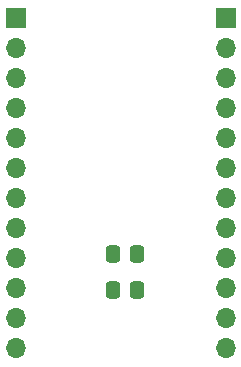
<source format=gbr>
%TF.GenerationSoftware,KiCad,Pcbnew,8.0.7*%
%TF.CreationDate,2025-02-16T22:30:25-06:00*%
%TF.ProjectId,MotorDriver,4d6f746f-7244-4726-9976-65722e6b6963,rev?*%
%TF.SameCoordinates,Original*%
%TF.FileFunction,Soldermask,Bot*%
%TF.FilePolarity,Negative*%
%FSLAX46Y46*%
G04 Gerber Fmt 4.6, Leading zero omitted, Abs format (unit mm)*
G04 Created by KiCad (PCBNEW 8.0.7) date 2025-02-16 22:30:25*
%MOMM*%
%LPD*%
G01*
G04 APERTURE LIST*
G04 Aperture macros list*
%AMRoundRect*
0 Rectangle with rounded corners*
0 $1 Rounding radius*
0 $2 $3 $4 $5 $6 $7 $8 $9 X,Y pos of 4 corners*
0 Add a 4 corners polygon primitive as box body*
4,1,4,$2,$3,$4,$5,$6,$7,$8,$9,$2,$3,0*
0 Add four circle primitives for the rounded corners*
1,1,$1+$1,$2,$3*
1,1,$1+$1,$4,$5*
1,1,$1+$1,$6,$7*
1,1,$1+$1,$8,$9*
0 Add four rect primitives between the rounded corners*
20,1,$1+$1,$2,$3,$4,$5,0*
20,1,$1+$1,$4,$5,$6,$7,0*
20,1,$1+$1,$6,$7,$8,$9,0*
20,1,$1+$1,$8,$9,$2,$3,0*%
G04 Aperture macros list end*
%ADD10RoundRect,0.250000X0.337500X0.475000X-0.337500X0.475000X-0.337500X-0.475000X0.337500X-0.475000X0*%
%ADD11R,1.700000X1.700000*%
%ADD12O,1.700000X1.700000*%
G04 APERTURE END LIST*
D10*
%TO.C,C1*%
X135287500Y-95000000D03*
X133212500Y-95000000D03*
%TD*%
D11*
%TO.C,J2*%
X125000000Y-75000000D03*
D12*
X125000000Y-77540000D03*
X125000000Y-80080000D03*
X125000000Y-82620000D03*
X125000000Y-85160000D03*
X125000000Y-87700000D03*
X125000000Y-90240000D03*
X125000000Y-92780000D03*
X125000000Y-95320000D03*
X125000000Y-97860000D03*
X125000000Y-100400000D03*
X125000000Y-102940000D03*
%TD*%
D10*
%TO.C,C2*%
X135287500Y-98000000D03*
X133212500Y-98000000D03*
%TD*%
D11*
%TO.C,J4*%
X142780000Y-75000000D03*
D12*
X142780000Y-77540000D03*
X142780000Y-80080000D03*
X142780000Y-82620000D03*
X142780000Y-85160000D03*
X142780000Y-87700000D03*
X142780000Y-90240000D03*
X142780000Y-92780000D03*
X142780000Y-95320000D03*
X142780000Y-97860000D03*
X142780000Y-100400000D03*
X142780000Y-102940000D03*
%TD*%
M02*

</source>
